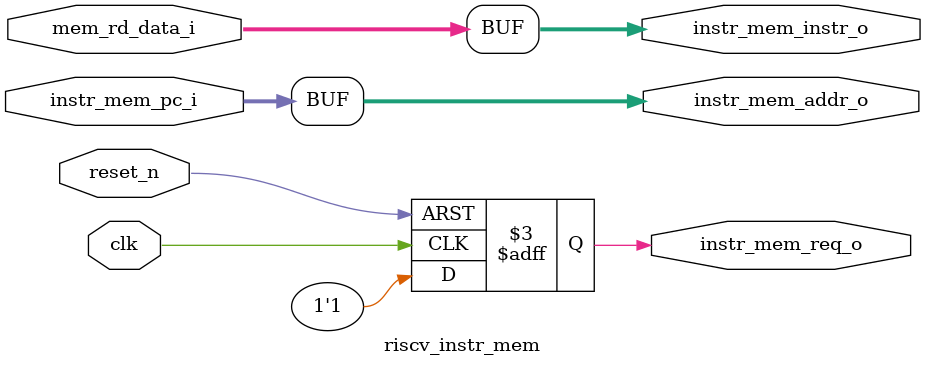
<source format=sv>

module riscv_instr_mem (
  input    logic          clk,
  input    logic          reset_n,

  input    logic [31:0]   instr_mem_pc_i,

  // Output read request to memory
  output   logic          instr_mem_req_o,
  output   logic [31:0]   instr_mem_addr_o,

  // Read data from memory
  input    logic [31:0]   mem_rd_data_i,

  // Instruction output
  output   logic [31:0]   instr_mem_instr_o
);

  always_ff @(posedge clk or negedge reset_n)
    begin
      if (reset_n == 0)
        instr_mem_req_o <= 0;
      else 
        instr_mem_req_o <= 1;
    end
  
  assign instr_mem_addr_o = instr_mem_pc_i;
  assign instr_mem_instr_o =  mem_rd_data_i;
endmodule


</source>
